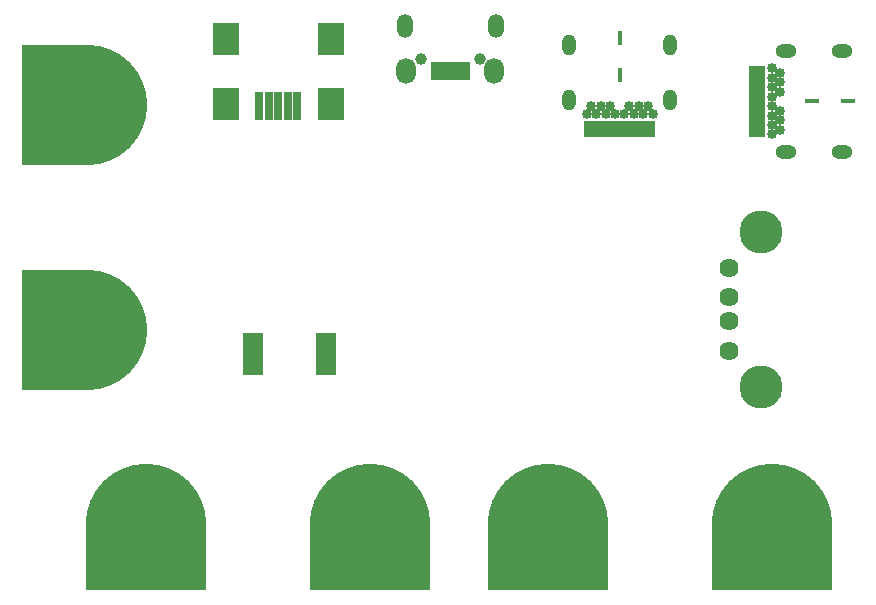
<source format=gts>
G04 Layer_Color=8388736*
%FSLAX25Y25*%
%MOIN*%
G70*
G01*
G75*
%ADD39R,0.06509X0.14383*%
%ADD40R,0.01981X0.05524*%
%ADD41R,0.01587X0.04737*%
%ADD42R,0.02572X0.05918*%
%ADD43R,0.02768X0.09658*%
%ADD44R,0.08674X0.10642*%
%ADD45R,0.05524X0.01981*%
%ADD46R,0.04737X0.01587*%
%ADD47R,0.40170X0.22454*%
%ADD48R,0.40170X0.22454*%
%ADD49R,0.40170X0.22453*%
%ADD50R,0.22454X0.40170*%
%ADD51C,0.06391*%
%ADD52C,0.14383*%
%ADD53C,0.40170*%
%ADD54C,0.03359*%
%ADD55O,0.04737X0.07099*%
%ADD56C,0.03950*%
%ADD57O,0.05328X0.07887*%
%ADD58O,0.06509X0.08674*%
%ADD59O,0.07099X0.04737*%
D39*
X107150Y84374D02*
D03*
X82740D02*
D03*
D40*
X194299Y159457D02*
D03*
X196268D02*
D03*
X198236D02*
D03*
X200205D02*
D03*
X202173D02*
D03*
X204142D02*
D03*
X206110D02*
D03*
X208079D02*
D03*
X210047D02*
D03*
X212016D02*
D03*
X213984D02*
D03*
X215953D02*
D03*
D41*
X205126Y189693D02*
D03*
Y177488D02*
D03*
D42*
X146142Y178602D02*
D03*
X148701D02*
D03*
X151260D02*
D03*
X143583D02*
D03*
X153819D02*
D03*
D43*
X88189Y167098D02*
D03*
X91339D02*
D03*
X94488D02*
D03*
X85039D02*
D03*
X97638D02*
D03*
D44*
X108858Y167591D02*
D03*
Y189244D02*
D03*
X73819D02*
D03*
Y167591D02*
D03*
D45*
X251024Y179409D02*
D03*
Y177441D02*
D03*
Y175472D02*
D03*
Y173504D02*
D03*
Y171535D02*
D03*
Y169567D02*
D03*
Y167598D02*
D03*
Y165630D02*
D03*
Y163661D02*
D03*
Y161693D02*
D03*
Y159724D02*
D03*
Y157756D02*
D03*
D46*
X281260Y168583D02*
D03*
X269055D02*
D03*
D47*
X47244Y16732D02*
D03*
D48*
X122047D02*
D03*
X255906D02*
D03*
D49*
X181102Y16732D02*
D03*
D50*
X16732Y92520D02*
D03*
Y167323D02*
D03*
D51*
X241429Y103217D02*
D03*
Y95342D02*
D03*
Y113059D02*
D03*
Y85500D02*
D03*
D52*
X252098Y73413D02*
D03*
Y125146D02*
D03*
D53*
X47244Y27559D02*
D03*
X255906D02*
D03*
X181102D02*
D03*
X122047D02*
D03*
X27559Y92520D02*
D03*
X27559Y167323D02*
D03*
D54*
X206701Y164378D02*
D03*
X203551D02*
D03*
X209850D02*
D03*
X200402D02*
D03*
X213000D02*
D03*
X197252D02*
D03*
X216150D02*
D03*
X194102D02*
D03*
X208276Y167134D02*
D03*
X201976D02*
D03*
X211425D02*
D03*
X198827D02*
D03*
X214575D02*
D03*
X195677D02*
D03*
X255945Y167008D02*
D03*
Y170158D02*
D03*
Y163858D02*
D03*
Y173307D02*
D03*
Y160709D02*
D03*
Y176457D02*
D03*
Y157559D02*
D03*
Y179606D02*
D03*
X258701Y165433D02*
D03*
Y171732D02*
D03*
Y162284D02*
D03*
Y174882D02*
D03*
Y159134D02*
D03*
Y178032D02*
D03*
D55*
X188315Y168905D02*
D03*
X221937D02*
D03*
X188315Y187528D02*
D03*
X221937D02*
D03*
D56*
X138858Y182736D02*
D03*
X158543D02*
D03*
D57*
X133445Y193563D02*
D03*
X163957D02*
D03*
D58*
X134035Y178602D02*
D03*
X163366D02*
D03*
D59*
X260472Y185394D02*
D03*
Y151772D02*
D03*
X279095Y185394D02*
D03*
Y151772D02*
D03*
M02*

</source>
